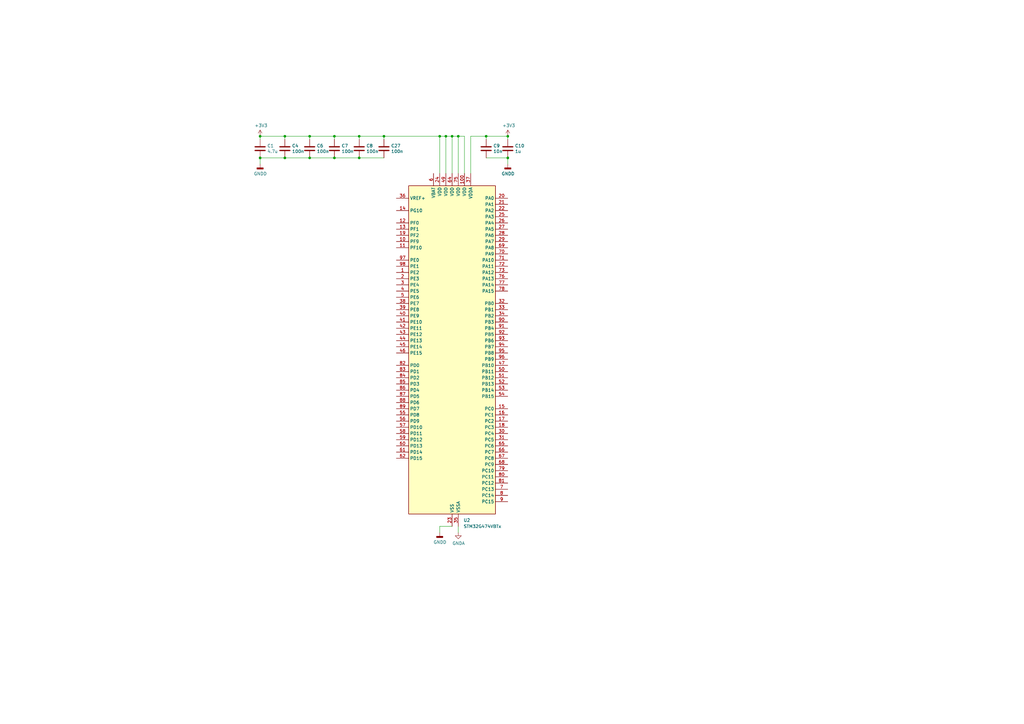
<source format=kicad_sch>
(kicad_sch (version 20250114) (generator "eeschema") (generator_version "9.0")
  (paper "A3")
  (lib_symbols
    (symbol "Device:C" (pin_numbers (hide yes)) (pin_names (offset 0.254))
      (property "Reference" "C" (at 0.635 2.54 0))
      (property "Value" "C" (at 0.635 -2.54 0))
      (symbol "C_0_1"
        (polyline (pts (xy -2.032 0.762) (xy 2.032 0.762)) (stroke (width 0.508)))
        (polyline (pts (xy -2.032 -0.762) (xy 2.032 -0.762)) (stroke (width 0.508)))
      )
      (symbol "C_1_1"
        (pin passive line (at 0 3.81 270) (length 2.794) (name "~") (number "1"))
        (pin passive line (at 0 -3.81 90) (length 2.794) (name "~") (number "2"))
      )
    )
    (symbol "Digital Board Rev 2-rescue:GNDA-power" (power) (pin_names (offset 0))
      (property "Value" "power_GNDA" (at 0 -3.81 0))
      (symbol "GNDA-power_0_1"
        (polyline (pts (xy 0 0) (xy 0 -1.27) (xy 1.27 -1.27) (xy 0 -2.54) (xy -1.27 -1.27) (xy 0 -1.27)))
      )
      (symbol "GNDA-power_1_1"
        (pin power_in line (at 0 0 270) (length 0) (hide yes) (name "GNDA") (number "1"))
      )
    )
    (symbol "Digital Board Rev 2-rescue:GNDD-power" (power) (pin_names (offset 0))
      (property "Value" "power_GNDD" (at 0 -3.175 0))
      (symbol "GNDD-power_0_1"
        (rectangle (start -1.27 -1.524) (end 1.27 -2.032) (stroke (width 0.254)) (fill (type outline)))
        (polyline (pts (xy 0 0) (xy 0 -1.524)))
      )
      (symbol "GNDD-power_1_1"
        (pin power_in line (at 0 0 270) (length 0) (hide yes) (name "GNDD") (number "1"))
      )
    )
    (symbol "Digital-Board-Rev-2-rescue:+3.3V-power" (power) (pin_names (offset 0))
      (property "Value" "+3.3V-power" (at 0 3.556 0))
      (symbol "+3.3V-power_0_1"
        (polyline (pts (xy -0.762 1.27) (xy 0 2.54)))
        (polyline (pts (xy 0 2.54) (xy 0.762 1.27)))
        (polyline (pts (xy 0 0) (xy 0 2.54)))
      )
      (symbol "+3.3V-power_1_1"
        (pin power_in line (at 0 0 90) (length 0) (hide yes) (name "+3V3") (number "1"))
      )
    )
    (symbol "MCU_ST_STM32G4:STM32G474VBTx"
      (property "Reference" "U" (at -17.78 69.85 0))
      (property "Value" "STM32G474VBTx" (at 10.16 69.85 0))
      (symbol "STM32G474VBTx_0_1"
        (rectangle (start -17.78 -66.04) (end 17.78 68.58) (stroke (width 0.254)) (fill (type background)))
      )
      (symbol "STM32G474VBTx_1_1"
        (pin input line (at -22.86 63.5 0) (length 5.08) (name "VREF+") (number "36"))
        (pin bidirectional line (at -22.86 58.42 0) (length 5.08) (name "PG10") (number "14"))
        (pin bidirectional line (at -22.86 53.34 0) (length 5.08) (name "PF0") (number "12"))
        (pin bidirectional line (at -22.86 50.8 0) (length 5.08) (name "PF1") (number "13"))
        (pin bidirectional line (at -22.86 48.26 0) (length 5.08) (name "PF2") (number "19"))
        (pin bidirectional line (at -22.86 45.72 0) (length 5.08) (name "PF9") (number "10"))
        (pin bidirectional line (at -22.86 43.18 0) (length 5.08) (name "PF10") (number "11"))
        (pin bidirectional line (at -22.86 38.1 0) (length 5.08) (name "PE0") (number "97"))
        (pin bidirectional line (at -22.86 35.56 0) (length 5.08) (name "PE1") (number "98"))
        (pin bidirectional line (at -22.86 33.02 0) (length 5.08) (name "PE2") (number "1"))
        (pin bidirectional line (at -22.86 30.48 0) (length 5.08) (name "PE3") (number "2"))
        (pin bidirectional line (at -22.86 27.94 0) (length 5.08) (name "PE4") (number "3"))
        (pin bidirectional line (at -22.86 25.4 0) (length 5.08) (name "PE5") (number "4"))
        (pin bidirectional line (at -22.86 22.86 0) (length 5.08) (name "PE6") (number "5"))
        (pin bidirectional line (at -22.86 20.32 0) (length 5.08) (name "PE7") (number "38"))
        (pin bidirectional line (at -22.86 17.78 0) (length 5.08) (name "PE8") (number "39"))
        (pin bidirectional line (at -22.86 15.24 0) (length 5.08) (name "PE9") (number "40"))
        (pin bidirectional line (at -22.86 12.7 0) (length 5.08) (name "PE10") (number "41"))
        (pin bidirectional line (at -22.86 10.16 0) (length 5.08) (name "PE11") (number "42"))
        (pin bidirectional line (at -22.86 7.62 0) (length 5.08) (name "PE12") (number "43"))
        (pin bidirectional line (at -22.86 5.08 0) (length 5.08) (name "PE13") (number "44"))
        (pin bidirectional line (at -22.86 2.54 0) (length 5.08) (name "PE14") (number "45"))
        (pin bidirectional line (at -22.86 0 0) (length 5.08) (name "PE15") (number "46"))
        (pin bidirectional line (at -22.86 -5.08 0) (length 5.08) (name "PD0") (number "82"))
        (pin bidirectional line (at -22.86 -7.62 0) (length 5.08) (name "PD1") (number "83"))
        (pin bidirectional line (at -22.86 -10.16 0) (length 5.08) (name "PD2") (number "84"))
        (pin bidirectional line (at -22.86 -12.7 0) (length 5.08) (name "PD3") (number "85"))
        (pin bidirectional line (at -22.86 -15.24 0) (length 5.08) (name "PD4") (number "86"))
        (pin bidirectional line (at -22.86 -17.78 0) (length 5.08) (name "PD5") (number "87"))
        (pin bidirectional line (at -22.86 -20.32 0) (length 5.08) (name "PD6") (number "88"))
        (pin bidirectional line (at -22.86 -22.86 0) (length 5.08) (name "PD7") (number "89"))
        (pin bidirectional line (at -22.86 -25.4 0) (length 5.08) (name "PD8") (number "55"))
        (pin bidirectional line (at -22.86 -27.94 0) (length 5.08) (name "PD9") (number "56"))
        (pin bidirectional line (at -22.86 -30.48 0) (length 5.08) (name "PD10") (number "57"))
        (pin bidirectional line (at -22.86 -33.02 0) (length 5.08) (name "PD11") (number "58"))
        (pin bidirectional line (at -22.86 -35.56 0) (length 5.08) (name "PD12") (number "59"))
        (pin bidirectional line (at -22.86 -38.1 0) (length 5.08) (name "PD13") (number "60"))
        (pin bidirectional line (at -22.86 -40.64 0) (length 5.08) (name "PD14") (number "61"))
        (pin bidirectional line (at -22.86 -43.18 0) (length 5.08) (name "PD15") (number "62"))
        (pin power_in line (at -7.62 73.66 270) (length 5.08) (name "VBAT") (number "6"))
        (pin power_in line (at -5.08 73.66 270) (length 5.08) (name "VDD") (number "24"))
        (pin power_in line (at -2.54 73.66 270) (length 5.08) (name "VDD") (number "49"))
        (pin power_in line (at 0 73.66 270) (length 5.08) (name "VDD") (number "64"))
        (pin power_in line (at 0 -71.12 90) (length 5.08) (name "VSS") (number "23"))
        (pin passive line (at 0 -71.12 90) (length 5.08) (hide yes) (name "VSS") (number "48"))
        (pin passive line (at 0 -71.12 90) (length 5.08) (hide yes) (name "VSS") (number "63"))
        (pin passive line (at 0 -71.12 90) (length 5.08) (hide yes) (name "VSS") (number "74"))
        (pin passive line (at 0 -71.12 90) (length 5.08) (hide yes) (name "VSS") (number "99"))
        (pin power_in line (at 2.54 73.66 270) (length 5.08) (name "VDD") (number "75"))
        (pin power_in line (at 2.54 -71.12 90) (length 5.08) (name "VSSA") (number "35"))
        (pin power_in line (at 5.08 73.66 270) (length 5.08) (name "VDD") (number "100"))
        (pin power_in line (at 7.62 73.66 270) (length 5.08) (name "VDDA") (number "37"))
        (pin bidirectional line (at 22.86 63.5 180) (length 5.08) (name "PA0") (number "20"))
        (pin bidirectional line (at 22.86 60.96 180) (length 5.08) (name "PA1") (number "21"))
        (pin bidirectional line (at 22.86 58.42 180) (length 5.08) (name "PA2") (number "22"))
        (pin bidirectional line (at 22.86 55.88 180) (length 5.08) (name "PA3") (number "25"))
        (pin bidirectional line (at 22.86 53.34 180) (length 5.08) (name "PA4") (number "26"))
        (pin bidirectional line (at 22.86 50.8 180) (length 5.08) (name "PA5") (number "27"))
        (pin bidirectional line (at 22.86 48.26 180) (length 5.08) (name "PA6") (number "28"))
        (pin bidirectional line (at 22.86 45.72 180) (length 5.08) (name "PA7") (number "29"))
        (pin bidirectional line (at 22.86 43.18 180) (length 5.08) (name "PA8") (number "69"))
        (pin bidirectional line (at 22.86 40.64 180) (length 5.08) (name "PA9") (number "70"))
        (pin bidirectional line (at 22.86 38.1 180) (length 5.08) (name "PA10") (number "71"))
        (pin bidirectional line (at 22.86 35.56 180) (length 5.08) (name "PA11") (number "72"))
        (pin bidirectional line (at 22.86 33.02 180) (length 5.08) (name "PA12") (number "73"))
        (pin bidirectional line (at 22.86 30.48 180) (length 5.08) (name "PA13") (number "76"))
        (pin bidirectional line (at 22.86 27.94 180) (length 5.08) (name "PA14") (number "77"))
        (pin bidirectional line (at 22.86 25.4 180) (length 5.08) (name "PA15") (number "78"))
        (pin bidirectional line (at 22.86 20.32 180) (length 5.08) (name "PB0") (number "32"))
        (pin bidirectional line (at 22.86 17.78 180) (length 5.08) (name "PB1") (number "33"))
        (pin bidirectional line (at 22.86 15.24 180) (length 5.08) (name "PB2") (number "34"))
        (pin bidirectional line (at 22.86 12.7 180) (length 5.08) (name "PB3") (number "90"))
        (pin bidirectional line (at 22.86 10.16 180) (length 5.08) (name "PB4") (number "91"))
        (pin bidirectional line (at 22.86 7.62 180) (length 5.08) (name "PB5") (number "92"))
        (pin bidirectional line (at 22.86 5.08 180) (length 5.08) (name "PB6") (number "93"))
        (pin bidirectional line (at 22.86 2.54 180) (length 5.08) (name "PB7") (number "94"))
        (pin bidirectional line (at 22.86 0 180) (length 5.08) (name "PB8") (number "95"))
        (pin bidirectional line (at 22.86 -2.54 180) (length 5.08) (name "PB9") (number "96"))
        (pin bidirectional line (at 22.86 -5.08 180) (length 5.08) (name "PB10") (number "47"))
        (pin bidirectional line (at 22.86 -7.62 180) (length 5.08) (name "PB11") (number "50"))
        (pin bidirectional line (at 22.86 -10.16 180) (length 5.08) (name "PB12") (number "51"))
        (pin bidirectional line (at 22.86 -12.7 180) (length 5.08) (name "PB13") (number "52"))
        (pin bidirectional line (at 22.86 -15.24 180) (length 5.08) (name "PB14") (number "53"))
        (pin bidirectional line (at 22.86 -17.78 180) (length 5.08) (name "PB15") (number "54"))
        (pin bidirectional line (at 22.86 -22.86 180) (length 5.08) (name "PC0") (number "15"))
        (pin bidirectional line (at 22.86 -25.4 180) (length 5.08) (name "PC1") (number "16"))
        (pin bidirectional line (at 22.86 -27.94 180) (length 5.08) (name "PC2") (number "17"))
        (pin bidirectional line (at 22.86 -30.48 180) (length 5.08) (name "PC3") (number "18"))
        (pin bidirectional line (at 22.86 -33.02 180) (length 5.08) (name "PC4") (number "30"))
        (pin bidirectional line (at 22.86 -35.56 180) (length 5.08) (name "PC5") (number "31"))
        (pin bidirectional line (at 22.86 -38.1 180) (length 5.08) (name "PC6") (number "65"))
        (pin bidirectional line (at 22.86 -40.64 180) (length 5.08) (name "PC7") (number "66"))
        (pin bidirectional line (at 22.86 -43.18 180) (length 5.08) (name "PC8") (number "67"))
        (pin bidirectional line (at 22.86 -45.72 180) (length 5.08) (name "PC9") (number "68"))
        (pin bidirectional line (at 22.86 -48.26 180) (length 5.08) (name "PC10") (number "79"))
        (pin bidirectional line (at 22.86 -50.8 180) (length 5.08) (name "PC11") (number "80"))
        (pin bidirectional line (at 22.86 -53.34 180) (length 5.08) (name "PC12") (number "81"))
        (pin bidirectional line (at 22.86 -55.88 180) (length 5.08) (name "PC13") (number "7"))
        (pin bidirectional line (at 22.86 -58.42 180) (length 5.08) (name "PC14") (number "8"))
        (pin bidirectional line (at 22.86 -60.96 180) (length 5.08) (name "PC15") (number "9"))
      )
    )
  )
  (junction (at 137.16 55.88))
  (junction (at 116.84 55.88))
  (junction (at 185.42 55.88))
  (junction (at 106.68 55.88))
  (junction (at 182.88 55.88))
  (junction (at 106.68 64.77))
  (junction (at 147.32 55.88))
  (junction (at 137.16 64.77))
  (junction (at 116.84 64.77))
  (junction (at 180.34 55.88))
  (junction (at 127 64.77))
  (junction (at 187.96 55.88))
  (junction (at 147.32 64.77))
  (junction (at 199.39 55.88))
  (junction (at 127 55.88))
  (junction (at 208.28 64.77))
  (junction (at 208.28 55.88))
  (junction (at 157.48 55.88))
  (wire (pts (xy 137.16 57.15) (xy 137.16 55.88)))
  (wire (pts (xy 147.32 55.88) (xy 157.48 55.88)))
  (wire (pts (xy 187.96 55.88) (xy 185.42 55.88)))
  (wire (pts (xy 180.34 218.44) (xy 180.34 215.9)))
  (wire (pts (xy 147.32 57.15) (xy 147.32 55.88)))
  (wire (pts (xy 116.84 55.88) (xy 127 55.88)))
  (wire (pts (xy 199.39 64.77) (xy 208.28 64.77)))
  (wire (pts (xy 106.68 55.88) (xy 116.84 55.88)))
  (wire (pts (xy 106.68 57.15) (xy 106.68 55.88)))
  (wire (pts (xy 187.96 218.44) (xy 187.96 215.9)))
  (wire (pts (xy 182.88 55.88) (xy 180.34 55.88)))
  (wire (pts (xy 157.48 55.88) (xy 180.34 55.88)))
  (wire (pts (xy 106.68 67.31) (xy 106.68 64.77)))
  (wire (pts (xy 137.16 55.88) (xy 147.32 55.88)))
  (wire (pts (xy 147.32 64.77) (xy 157.48 64.77)))
  (wire (pts (xy 116.84 57.15) (xy 116.84 55.88)))
  (wire (pts (xy 185.42 55.88) (xy 182.88 55.88)))
  (wire (pts (xy 127 57.15) (xy 127 55.88)))
  (wire (pts (xy 157.48 57.15) (xy 157.48 55.88)))
  (wire (pts (xy 187.96 71.12) (xy 187.96 55.88)))
  (wire (pts (xy 208.28 57.15) (xy 208.28 55.88)))
  (wire (pts (xy 190.5 55.88) (xy 187.96 55.88)))
  (wire (pts (xy 127 55.88) (xy 137.16 55.88)))
  (wire (pts (xy 106.68 64.77) (xy 116.84 64.77)))
  (wire (pts (xy 208.28 67.31) (xy 208.28 64.77)))
  (wire (pts (xy 190.5 71.12) (xy 190.5 55.88)))
  (wire (pts (xy 180.34 215.9) (xy 185.42 215.9)))
  (wire (pts (xy 137.16 64.77) (xy 147.32 64.77)))
  (wire (pts (xy 180.34 55.88) (xy 180.34 71.12)))
  (wire (pts (xy 182.88 71.12) (xy 182.88 55.88)))
  (wire (pts (xy 199.39 57.15) (xy 199.39 55.88)))
  (wire (pts (xy 116.84 64.77) (xy 127 64.77)))
  (wire (pts (xy 199.39 55.88) (xy 193.04 55.88)))
  (wire (pts (xy 185.42 71.12) (xy 185.42 55.88)))
  (wire (pts (xy 193.04 55.88) (xy 193.04 71.12)))
  (wire (pts (xy 127 64.77) (xy 137.16 64.77)))
  (wire (pts (xy 208.28 55.88) (xy 199.39 55.88)))
  (symbol (lib_id "Device:C") (at 147.32 60.96 0) (unit 1)
    (property "Reference" "C8" (at 150.241 59.7916 0) (effects (justify left)))
    (property "Value" "100n" (at 150.241 62.103 0) (effects (justify left)))
    (property "Footprint" "Capacitor_SMD:C_0805_2012Metric_Pad1.18x1.45mm_HandSolder" (effects (hide yes)))
  )
  (symbol (lib_id "Digital Board Rev 2-rescue:GNDD-power") (at 106.68 67.31 0) (unit 1)
    (property "Reference" "#PWR011" (effects (hide yes)))
    (property "Value" "GNDD" (at 106.7816 71.247 0))
  )
  (symbol (lib_id "Digital Board Rev 2-rescue:GNDD-power") (at 208.28 67.31 0) (unit 1)
    (property "Reference" "#PWR013" (effects (hide yes)))
    (property "Value" "GNDD" (at 208.3816 71.247 0))
  )
  (symbol (lib_id "Digital Board Rev 2-rescue:GNDD-power") (at 180.34 218.44 0) (unit 1)
    (property "Reference" "#PWR014" (effects (hide yes)))
    (property "Value" "GNDD" (at 180.4416 222.377 0))
  )
  (symbol (lib_id "Digital Board Rev 2-rescue:GNDA-power") (at 187.96 218.44 0) (unit 1)
    (property "Reference" "#PWR0217" (effects (hide yes)))
    (property "Value" "GNDA" (at 188.087 222.8342 0))
  )
  (symbol (lib_id "Device:C") (at 208.28 60.96 0) (unit 1)
    (property "Reference" "C10" (at 211.201 59.7916 0) (effects (justify left)))
    (property "Value" "1u" (at 211.201 62.103 0) (effects (justify left)))
    (property "Footprint" "Capacitor_SMD:C_0805_2012Metric_Pad1.18x1.45mm_HandSolder" (effects (hide yes)))
  )
  (symbol (lib_id "Device:C") (at 116.84 60.96 0) (unit 1)
    (property "Reference" "C4" (at 119.761 59.7916 0) (effects (justify left)))
    (property "Value" "100n" (at 119.761 62.103 0) (effects (justify left)))
    (property "Footprint" "Capacitor_SMD:C_0805_2012Metric_Pad1.18x1.45mm_HandSolder" (effects (hide yes)))
  )
  (symbol (lib_id "Device:C") (at 137.16 60.96 0) (unit 1)
    (property "Reference" "C7" (at 140.081 59.7916 0) (effects (justify left)))
    (property "Value" "100n" (at 140.081 62.103 0) (effects (justify left)))
    (property "Footprint" "Capacitor_SMD:C_0805_2012Metric_Pad1.18x1.45mm_HandSolder" (effects (hide yes)))
  )
  (symbol (lib_id "Device:C") (at 127 60.96 0) (unit 1)
    (property "Reference" "C6" (at 129.921 59.7916 0) (effects (justify left)))
    (property "Value" "100n" (at 129.921 62.103 0) (effects (justify left)))
    (property "Footprint" "Capacitor_SMD:C_0805_2012Metric_Pad1.18x1.45mm_HandSolder" (effects (hide yes)))
  )
  (symbol (lib_id "MCU_ST_STM32G4:STM32G474VBTx") (at 185.42 144.78 0) (unit 1)
    (property "Reference" "U2" (at 190.1033 213.36 0) (effects (justify left)))
    (property "Value" "STM32G474VBTx" (at 190.1033 215.9 0) (effects (justify left)))
    (property "Footprint" "Package_QFP:LQFP-100_14x14mm_P0.5mm" (effects (hide yes)))
    (property "Datasheet" "https://www.st.com/resource/en/datasheet/stm32g474vb.pdf" (effects (hide yes)))
    (property "Description" "STMicroelectronics Arm Cortex-M4 MCU, 128KB flash, 128KB RAM, 170 MHz, 1.71-3.6V, 86 GPIO, LQFP100" (effects (hide yes)))
  )
  (symbol (lib_id "Device:C") (at 199.39 60.96 0) (unit 1)
    (property "Reference" "C9" (at 202.311 59.7916 0) (effects (justify left)))
    (property "Value" "10n" (at 202.311 62.103 0) (effects (justify left)))
    (property "Footprint" "Capacitor_SMD:C_0805_2012Metric_Pad1.18x1.45mm_HandSolder" (effects (hide yes)))
  )
  (symbol (lib_id "Device:C") (at 106.68 60.96 0) (unit 1)
    (property "Reference" "C1" (at 109.601 59.7916 0) (effects (justify left)))
    (property "Value" "4.7u" (at 109.601 62.103 0) (effects (justify left)))
    (property "Footprint" "Capacitor_SMD:C_0805_2012Metric_Pad1.18x1.45mm_HandSolder" (effects (hide yes)))
  )
  (symbol (lib_id "Digital-Board-Rev-2-rescue:+3.3V-power") (at 208.28 55.88 0) (unit 1)
    (property "Reference" "#PWR012" (effects (hide yes)))
    (property "Value" "+3V3" (at 208.661 51.4858 0))
  )
  (symbol (lib_id "Device:C") (at 157.48 60.96 0) (unit 1)
    (property "Reference" "C27" (at 160.401 59.7916 0) (effects (justify left)))
    (property "Value" "100n" (at 160.401 62.103 0) (effects (justify left)))
    (property "Footprint" "Capacitor_SMD:C_0805_2012Metric_Pad1.18x1.45mm_HandSolder" (effects (hide yes)))
  )
  (symbol (lib_id "Digital-Board-Rev-2-rescue:+3.3V-power") (at 106.68 55.88 0) (unit 1)
    (property "Reference" "#PWR010" (effects (hide yes)))
    (property "Value" "+3V3" (at 107.061 51.4858 0))
  )
)
</source>
